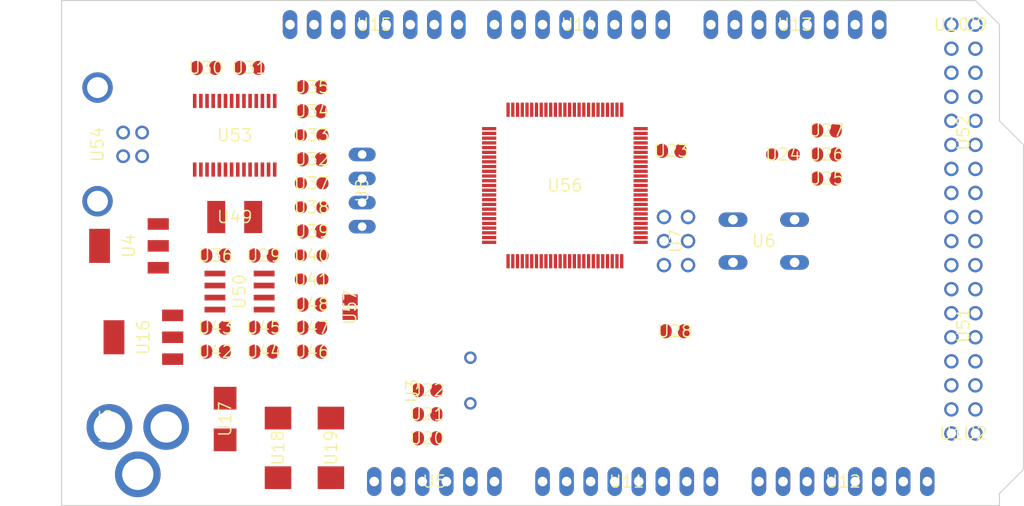
<source format=kicad_pcb>
(kicad_pcb (version 20221018) (generator pcbnew)
  (layers (0 "F.Cu" signal "Top") (31 "B.Cu" signal "Bottom") (34 "B.Paste" user) (35 "F.Paste" user) (36 "B.SilkS" user "B.Silkscreen") (37 "F.SilkS" user "F.Silkscreen") (38 "B.Mask" user) (39 "F.Mask" user) (44 "Edge.Cuts" user))
  (net 0 "")
  (net 1 "+5V")
  (net 2 "GND")
  (net 3 "N$6")
  (net 4 "N$7")
  (net 5 "AREF")
  (net 6 "RESET")
  (net 7 "VIN")
  (net 8 "N$3")
  (net 9 "PWRIN")
  (net 10 "M8RXD")
  (net 11 "M8TXD")
  (net 12 "ADC0")
  (net 13 "ADC2")
  (net 14 "ADC1")
  (net 15 "ADC3")
  (net 16 "ADC4")
  (net 17 "ADC5")
  (net 18 "ADC6")
  (net 19 "ADC7")
  (net 20 "+3V3")
  (net 21 "SDA")
  (net 22 "SCL")
  (net 23 "ADC9")
  (net 24 "ADC8")
  (net 25 "ADC10")
  (net 26 "ADC11")
  (net 27 "ADC12")
  (net 28 "ADC13")
  (net 29 "ADC14")
  (net 30 "ADC15")
  (net 31 "PB3")
  (net 32 "PB2")
  (net 33 "PB1")
  (net 34 "PB5")
  (net 35 "PB4")
  (net 36 "PE5")
  (net 37 "PE4")
  (net 38 "PE3")
  (net 39 "PE1")
  (net 40 "PE0")
  (net 41 "N$15")
  (net 42 "N$53")
  (net 43 "N$54")
  (net 44 "N$55")
  (net 45 "D-")
  (net 46 "D+")
  (net 47 "N$60")
  (net 48 "DTR")
  (net 49 "USBVCC")
  (net 50 "N$2")
  (net 51 "N$4")
  (net 52 "GATE_CMD")
  (net 53 "CMP")
  (net 54 "PB6")
  (net 55 "PH3")
  (net 56 "PH4")
  (net 57 "PH5")
  (net 58 "PH6")
  (net 59 "PG5")
  (net 60 "RXD1")
  (net 61 "TXD1")
  (net 62 "RXD2")
  (net 63 "RXD3")
  (net 64 "TXD2")
  (net 65 "TXD3")
  (net 66 "PC0")
  (net 67 "PC1")
  (net 68 "PC2")
  (net 69 "PC3")
  (net 70 "PC4")
  (net 71 "PC5")
  (net 72 "PC6")
  (net 73 "PC7")
  (net 74 "PB0")
  (net 75 "PG0")
  (net 76 "PG1")
  (net 77 "PG2")
  (net 78 "PD7")
  (net 79 "PA0")
  (net 80 "PA1")
  (net 81 "PA2")
  (net 82 "PA3")
  (net 83 "PA4")
  (net 84 "PA5")
  (net 85 "PA6")
  (net 86 "PA7")
  (net 87 "PL0")
  (net 88 "PL1")
  (net 89 "PL2")
  (net 90 "PL3")
  (net 91 "PL4")
  (net 92 "PL5")
  (net 93 "PL6")
  (net 94 "PL7")
  (net 95 "PB7")
  (net 96 "CTS")
  (net 97 "DSR")
  (net 98 "DCD")
  (net 99 "RI")
  (footprint "Arduino_MEGA_Reference_Design:2X03" (layer "F.Cu") (at 162.5981 103.7336 -90)
    (fp_text reference "U7")
    (fp_text value "")
  )
  (footprint "Arduino_MEGA_Reference_Design:1X08" (layer "F.Cu") (at 152.3111 80.8736 180)
    (fp_text reference "U14")
    (fp_text value "")
  )
  (footprint "Arduino_MEGA_Reference_Design:1X08" (layer "F.Cu") (at 130.7211 80.8736 180)
    (fp_text reference "U15")
    (fp_text value "")
  )
  (footprint "Arduino_MEGA_Reference_Design:SMC_D" (layer "F.Cu") (at 120.5611 125.5776 -90)
    (fp_text reference "U18")
    (fp_text value "")
  )
  (footprint "Arduino_MEGA_Reference_Design:SMC_D" (layer "F.Cu") (at 126.1491 125.5776 -90)
    (fp_text reference "U19")
    (fp_text value "")
  )
  (footprint "Arduino_MEGA_Reference_Design:B3F-10XX" (layer "F.Cu") (at 171.8691 103.7336 180)
    (fp_text reference "U6")
    (fp_text value "")
  )
  (footprint "Arduino_MEGA_Reference_Design:0805RND" (layer "F.Cu") (at 173.9011 94.5896 180)
    (fp_text reference "U24")
    (fp_text value "")
  )
  (footprint "Arduino_MEGA_Reference_Design:SMB" (layer "F.Cu") (at 114.9731 122.5296 -90)
    (fp_text reference "U17")
    (fp_text value "")
  )
  (footprint "Arduino_MEGA_Reference_Design:DC-21MM" (layer "F.Cu") (at 103.0351 123.2916 90)
    (fp_text reference "U55")
    (fp_text value "")
  )
  (footprint "Arduino_MEGA_Reference_Design:HC49_S" (layer "F.Cu") (at 140.8811 118.4656 90)
    (fp_text reference "U3")
    (fp_text value "")
  )
  (footprint "Arduino_MEGA_Reference_Design:SOT223" (layer "F.Cu") (at 106.3371 113.8936 90)
    (fp_text reference "U16")
    (fp_text value "")
  )
  (footprint "Arduino_MEGA_Reference_Design:1X06" (layer "F.Cu") (at 137.0711 129.1336)
    (fp_text reference "U5")
    (fp_text value "")
  )
  (footprint "Arduino_MEGA_Reference_Design:C0805RND" (layer "F.Cu") (at 124.1171 87.4776)
    (fp_text reference "U35")
    (fp_text value "")
  )
  (footprint "Arduino_MEGA_Reference_Design:C0805RND" (layer "F.Cu") (at 162.4711 113.2586)
    (fp_text reference "U28")
    (fp_text value "")
  )
  (footprint "Arduino_MEGA_Reference_Design:C0805RND" (layer "F.Cu") (at 136.3091 122.0216)
    (fp_text reference "U21")
    (fp_text value "")
  )
  (footprint "Arduino_MEGA_Reference_Design:C0805RND" (layer "F.Cu") (at 136.3091 119.4816)
    (fp_text reference "U22")
    (fp_text value "")
  )
  (footprint "Arduino_MEGA_Reference_Design:C0805RND" (layer "F.Cu") (at 113.9571 112.8776)
    (fp_text reference "U43")
    (fp_text value "")
  )
  (footprint "Arduino_MEGA_Reference_Design:RCL_0805RND" (layer "F.Cu") (at 124.1171 105.2576)
    (fp_text reference "U40")
    (fp_text value "")
  )
  (footprint "Arduino_MEGA_Reference_Design:RCL_0805RND" (layer "F.Cu") (at 124.1171 107.7976)
    (fp_text reference "U41")
    (fp_text value "")
  )
  (footprint "Arduino_MEGA_Reference_Design:1X08" (layer "F.Cu") (at 157.3911 129.1336)
    (fp_text reference "U11")
    (fp_text value "")
  )
  (footprint "Arduino_MEGA_Reference_Design:1X08" (layer "F.Cu") (at 175.1711 80.8736 180)
    (fp_text reference "U13")
    (fp_text value "")
  )
  (footprint "Arduino_MEGA_Reference_Design:R0805RND" (layer "F.Cu") (at 178.4731 94.5896 180)
    (fp_text reference "U26")
    (fp_text value "")
  )
  (footprint "Arduino_MEGA_Reference_Design:R0805RND" (layer "F.Cu") (at 178.4731 92.0496 180)
    (fp_text reference "U27")
    (fp_text value "")
  )
  (footprint "Arduino_MEGA_Reference_Design:TQFP100" (layer "F.Cu") (at 150.86109924316406 97.86473083496094 0)
    (fp_text reference "U56")
    (fp_text value "")
  )
  (footprint "Arduino_MEGA_Reference_Design:C0805RND" (layer "F.Cu") (at 162.0901 94.2086 180)
    (fp_text reference "U23")
    (fp_text value "")
  )
  (footprint "Arduino_MEGA_Reference_Design:C0805RND" (layer "F.Cu") (at 136.3091 124.5616)
    (fp_text reference "U20")
    (fp_text value "")
  )
  (footprint "Arduino_MEGA_Reference_Design:1X08" (layer "F.Cu") (at 180.2511 129.1336)
    (fp_text reference "U12")
    (fp_text value "")
  )
  (footprint "Arduino_MEGA_Reference_Design:R0805RND" (layer "F.Cu") (at 124.1171 112.8776)
    (fp_text reference "U47")
    (fp_text value "")
  )
  (footprint "Arduino_MEGA_Reference_Design:C0805RND" (layer "F.Cu") (at 124.1171 115.4176)
    (fp_text reference "U46")
    (fp_text value "")
  )
  (footprint "Arduino_MEGA_Reference_Design:C0805RND" (layer "F.Cu") (at 113.9571 105.2576)
    (fp_text reference "U36")
    (fp_text value "")
  )
  (footprint "Arduino_MEGA_Reference_Design:C0805RND" (layer "F.Cu") (at 112.9411 85.4456)
    (fp_text reference "U30")
    (fp_text value "")
  )
  (footprint "Arduino_MEGA_Reference_Design:0805RND" (layer "F.Cu") (at 124.1171 100.1776 180)
    (fp_text reference "U38")
    (fp_text value "")
  )
  (footprint "Arduino_MEGA_Reference_Design:0805RND" (layer "F.Cu") (at 124.1171 97.6376 180)
    (fp_text reference "U37")
    (fp_text value "")
  )
  (footprint "Arduino_MEGA_Reference_Design:R0805RND" (layer "F.Cu") (at 124.1171 95.0976)
    (fp_text reference "U32")
    (fp_text value "")
  )
  (footprint "Arduino_MEGA_Reference_Design:R0805RND" (layer "F.Cu") (at 124.1171 102.7176)
    (fp_text reference "U39")
    (fp_text value "")
  )
  (footprint "Arduino_MEGA_Reference_Design:SSOP28" (layer "F.Cu") (at 115.9891 92.5576)
    (fp_text reference "U53")
    (fp_text value "")
  )
  (footprint "Arduino_MEGA_Reference_Design:PN61729" (layer "F.Cu") (at 98.9584 93.5228 -90)
    (fp_text reference "U54")
    (fp_text value "")
  )
  (footprint "Arduino_MEGA_Reference_Design:L1812" (layer "F.Cu") (at 115.9891 101.1936)
    (fp_text reference "U49")
    (fp_text value "")
  )
  (footprint "Arduino_MEGA_Reference_Design:C0805RND" (layer "F.Cu") (at 117.5131 85.4456)
    (fp_text reference "U31")
    (fp_text value "")
  )
  (footprint "Arduino_MEGA_Reference_Design:0805RND" (layer "F.Cu") (at 124.1171 92.5576 180)
    (fp_text reference "U33")
    (fp_text value "")
  )
  (footprint "Arduino_MEGA_Reference_Design:R0805RND" (layer "F.Cu") (at 124.1171 90.0176 180)
    (fp_text reference "U34")
    (fp_text value "")
  )
  (footprint "Arduino_MEGA_Reference_Design:C0805RND" (layer "F.Cu") (at 124.1171 110.4392 180)
    (fp_text reference "U48")
    (fp_text value "")
  )
  (footprint "Arduino_MEGA_Reference_Design:SOT223" (layer "F.Cu") (at 104.8131 104.2416 90)
    (fp_text reference "U4")
    (fp_text value "")
  )
  (footprint "Arduino_MEGA_Reference_Design:SO08" (layer "F.Cu") (at 116.4971 109.0676 -90)
    (fp_text reference "U50")
    (fp_text value "")
  )
  (footprint "Arduino_MEGA_Reference_Design:R0805RND" (layer "F.Cu") (at 113.9571 115.4176 180)
    (fp_text reference "U42")
    (fp_text value "")
  )
  (footprint "Arduino_MEGA_Reference_Design:R0805RND" (layer "F.Cu") (at 119.0371 112.8776 180)
    (fp_text reference "U45")
    (fp_text value "")
  )
  (footprint "Arduino_MEGA_Reference_Design:C0805RND" (layer "F.Cu") (at 119.0371 115.4176 180)
    (fp_text reference "U44")
    (fp_text value "")
  )
  (footprint "Arduino_MEGA_Reference_Design:C0805RND" (layer "F.Cu") (at 119.0371 105.2576)
    (fp_text reference "U29")
    (fp_text value "")
  )
  (footprint "Arduino_MEGA_Reference_Design:2X08" (layer "F.Cu") (at 192.9511 92.3036 90)
    (fp_text reference "U52")
    (fp_text value "")
  )
  (footprint "Arduino_MEGA_Reference_Design:2X08" (layer "F.Cu") (at 192.9511 112.6236 90)
    (fp_text reference "U51")
    (fp_text value "")
  )
  (footprint "Arduino_MEGA_Reference_Design:R0805RND" (layer "F.Cu") (at 178.4731 97.1296 180)
    (fp_text reference "U25")
    (fp_text value "")
  )
  (footprint "Arduino_MEGA_Reference_Design:1X01" (layer "F.Cu") (at 191.6811 80.8736)
    (fp_text reference "U10")
    (fp_text value "")
  )
  (footprint "Arduino_MEGA_Reference_Design:1X01" (layer "F.Cu") (at 194.2211 80.8736)
    (fp_text reference "U9")
    (fp_text value "")
  )
  (footprint "Arduino_MEGA_Reference_Design:1X01" (layer "F.Cu") (at 191.6811 124.0536)
    (fp_text reference "U1")
    (fp_text value "")
  )
  (footprint "Arduino_MEGA_Reference_Design:1X01" (layer "F.Cu") (at 194.2211 124.0536)
    (fp_text reference "U2")
    (fp_text value "")
  )
  (footprint "Arduino_MEGA_Reference_Design:SJ" (layer "F.Cu") (at 128.1811 110.7186 -90)
    (fp_text reference "U57")
    (fp_text value "")
  )
  (footprint "Arduino_MEGA_Reference_Design:JP4" (layer "F.Cu") (at 129.4511 98.3996 -90)
    (fp_text reference "U8")
    (fp_text value "")
  )
  (gr_line (start 196.7611 80.8736) (end 196.7611 91.0336) (layer "Edge.Cuts") (width 0.12))
  (gr_line (start 196.7611 130.4036) (end 196.7611 131.6736) (layer "Edge.Cuts") (width 0.12))
  (gr_line (start 194.2211 78.3336) (end 196.7611 80.8736) (layer "Edge.Cuts") (width 0.12))
  (gr_line (start 97.7011 78.3336) (end 194.2211 78.3336) (layer "Edge.Cuts") (width 0.12))
  (gr_line (start 196.7611 91.0336) (end 199.3011 93.5736) (layer "Edge.Cuts") (width 0.12))
  (gr_line (start 97.7011 131.6736) (end 97.7011 78.3336) (layer "Edge.Cuts") (width 0.12))
  (gr_line (start 196.7611 131.6736) (end 97.7011 131.6736) (layer "Edge.Cuts") (width 0.12))
  (gr_line (start 199.3011 93.5736) (end 199.3011 127.8636) (layer "Edge.Cuts") (width 0.12))
  (gr_line (start 199.3011 127.8636) (end 196.7611 130.4036) (layer "Edge.Cuts") (width 0.12))
)
</source>
